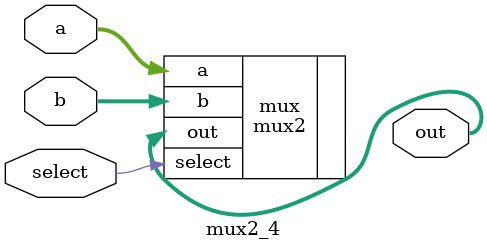
<source format=sv>
`ifndef __MUX2_4_SV__
`define __MUX2_4_SV__

`include "mux2.sv"

module mux2_4(
    input [3:0] a, // Input A
    input [3:0] b, // Input B
    input select, // Select
    output [3:0] out // Output
);

    mux2 #(.DATA_WIDTH(4)) mux(
        .a(a),
        .b(b),
        .select(select),
        .out(out)
    );

endmodule

`endif

</source>
